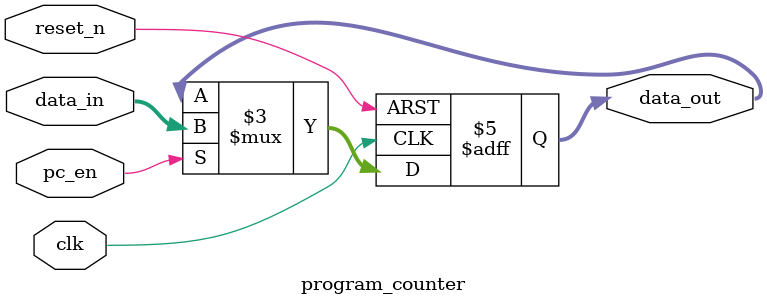
<source format=sv>
`timescale 1ns / 1ps



module program_counter #(parameter n=32)(
input logic clk,
input logic [n-1:0] data_in,
input logic reset_n,
input logic pc_en,
output logic [n-1:0]data_out
    );
    
    
    
always @(posedge clk,negedge reset_n)
begin 


        if(!reset_n)
            data_out<=0;
        else begin 
        if (pc_en)
            data_out<=data_in;    
      
       end     
end 

    
endmodule
</source>
